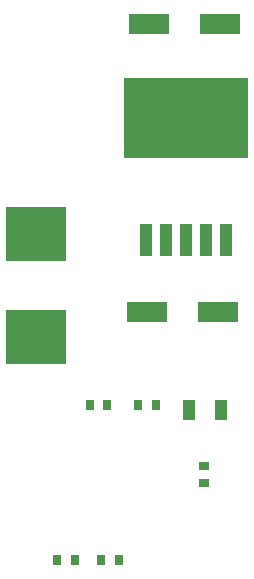
<source format=gtp>
G04*
G04 #@! TF.GenerationSoftware,Altium Limited,Altium Designer,18.1.9 (240)*
G04*
G04 Layer_Color=8421504*
%FSLAX25Y25*%
%MOIN*%
G70*
G01*
G75*
%ADD17R,0.04134X0.11024*%
%ADD18R,0.41339X0.26969*%
%ADD19R,0.13386X0.07087*%
%ADD20R,0.20079X0.18307*%
%ADD21R,0.03543X0.02756*%
%ADD22R,0.02756X0.03543*%
%ADD23R,0.04331X0.06693*%
G36*
X70555Y165811D02*
Y173370D01*
X63153D01*
Y165811D01*
X70555D01*
D01*
D02*
G37*
G36*
X80319D02*
Y173370D01*
X72917D01*
Y165811D01*
X80319D01*
D01*
D02*
G37*
G36*
X70555Y177307D02*
Y184866D01*
X63153D01*
Y177307D01*
X70555D01*
D01*
D02*
G37*
G36*
X80319D02*
Y184866D01*
X72917D01*
Y177307D01*
X80319D01*
D01*
D02*
G37*
G36*
X90083Y165811D02*
Y173370D01*
X82681D01*
Y165811D01*
X90083D01*
D01*
D02*
G37*
G36*
X99847D02*
Y173370D01*
X92445D01*
Y165811D01*
X99847D01*
D01*
D02*
G37*
G36*
X90083Y177307D02*
Y184866D01*
X82681D01*
Y177307D01*
X90083D01*
D01*
D02*
G37*
G36*
X99847D02*
Y184866D01*
X92445D01*
Y177307D01*
X99847D01*
D01*
D02*
G37*
D17*
X68114Y134591D02*
D03*
X74807D02*
D03*
X81500D02*
D03*
X88193D02*
D03*
X94886D02*
D03*
D18*
X81500Y175339D02*
D03*
D19*
X92811Y206500D02*
D03*
X69189D02*
D03*
X92130Y110500D02*
D03*
X68508D02*
D03*
D20*
X31500Y102374D02*
D03*
Y136626D02*
D03*
D21*
X87374Y59453D02*
D03*
Y53547D02*
D03*
D22*
X49320Y79500D02*
D03*
X55225D02*
D03*
X38547Y28000D02*
D03*
X44453D02*
D03*
X65547Y79469D02*
D03*
X71453D02*
D03*
X58953Y28000D02*
D03*
X53047D02*
D03*
D23*
X93130Y78122D02*
D03*
X82500D02*
D03*
M02*

</source>
